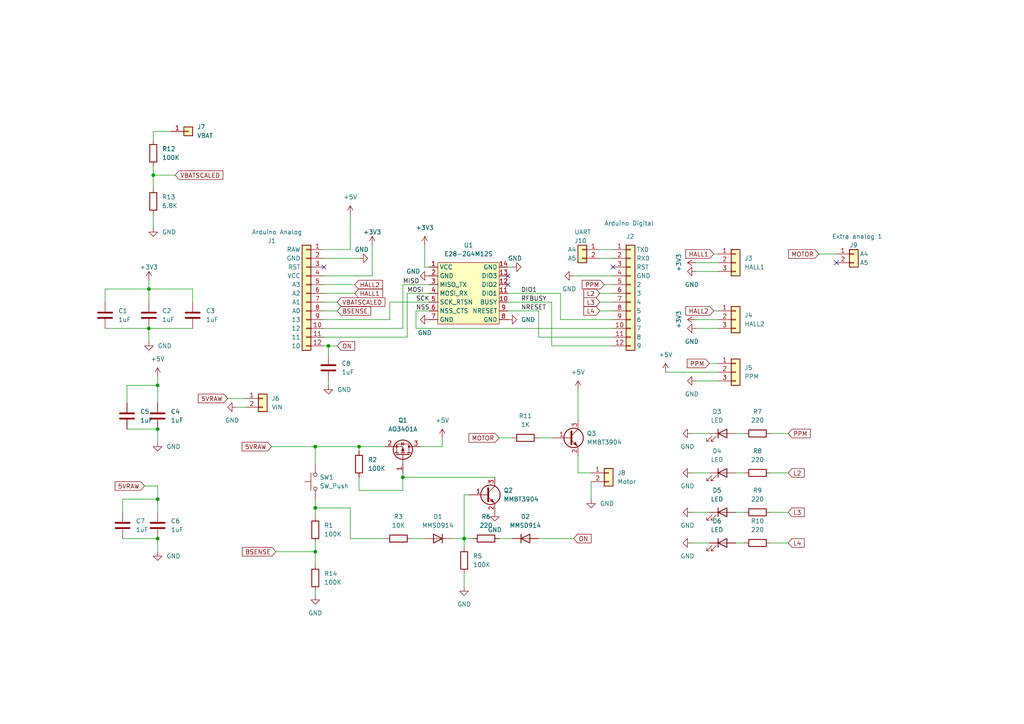
<source format=kicad_sch>
(kicad_sch (version 20211123) (generator eeschema)
  (paper "A4")
  (lib_symbols
    (symbol "Connector_Generic:Conn_01x01" (pin_names (offset 1.016) hide)
      (property "Reference" "J" (at 0 2.54 0))
      (property "Value" "Conn_01x01" (at 0 -2.54 0))
      (symbol "Conn_01x01_1_1"
        (rectangle (start -1.27 0.127) (end 0 -0.127) (stroke (width 0.1524)))
        (rectangle (start -1.27 1.27) (end 1.27 -1.27) (stroke (width 0.254)) (fill (type background)))
        (pin passive line (at -5.08 0 0) (length 3.81) (name "Pin_1") (number "1"))
      )
    )
    (symbol "Connector_Generic:Conn_01x02" (pin_names (offset 1.016) hide)
      (property "Reference" "J" (at 0 2.54 0))
      (property "Value" "Conn_01x02" (at 0 -5.08 0))
      (symbol "Conn_01x02_1_1"
        (rectangle (start -1.27 -2.413) (end 0 -2.667) (stroke (width 0.1524)))
        (rectangle (start -1.27 0.127) (end 0 -0.127) (stroke (width 0.1524)))
        (rectangle (start -1.27 1.27) (end 1.27 -3.81) (stroke (width 0.254)) (fill (type background)))
        (pin passive line (at -5.08 0 0) (length 3.81) (name "Pin_1") (number "1"))
        (pin passive line (at -5.08 -2.54 0) (length 3.81) (name "Pin_2") (number "2"))
      )
    )
    (symbol "Connector_Generic:Conn_01x03" (pin_names (offset 1.016) hide)
      (property "Reference" "J" (at 0 5.08 0))
      (property "Value" "Conn_01x03" (at 0 -5.08 0))
      (symbol "Conn_01x03_1_1"
        (rectangle (start -1.27 -2.413) (end 0 -2.667) (stroke (width 0.1524)))
        (rectangle (start -1.27 0.127) (end 0 -0.127) (stroke (width 0.1524)))
        (rectangle (start -1.27 2.667) (end 0 2.413) (stroke (width 0.1524)))
        (rectangle (start -1.27 3.81) (end 1.27 -3.81) (stroke (width 0.254)) (fill (type background)))
        (pin passive line (at -5.08 2.54 0) (length 3.81) (name "Pin_1") (number "1"))
        (pin passive line (at -5.08 0 0) (length 3.81) (name "Pin_2") (number "2"))
        (pin passive line (at -5.08 -2.54 0) (length 3.81) (name "Pin_3") (number "3"))
      )
    )
    (symbol "Device:C" (pin_numbers hide) (pin_names (offset 0.254))
      (property "Reference" "C" (at 0.635 2.54 0))
      (property "Value" "C" (at 0.635 -2.54 0))
      (symbol "C_0_1"
        (polyline (pts (xy -2.032 -0.762) (xy 2.032 -0.762)) (stroke (width 0.508)))
        (polyline (pts (xy -2.032 0.762) (xy 2.032 0.762)) (stroke (width 0.508)))
      )
      (symbol "C_1_1"
        (pin passive line (at 0 3.81 270) (length 2.794) (name "~") (number "1"))
        (pin passive line (at 0 -3.81 90) (length 2.794) (name "~") (number "2"))
      )
    )
    (symbol "Device:LED" (pin_numbers hide) (pin_names (offset 1.016) hide)
      (property "Reference" "D" (at 0 2.54 0))
      (property "Value" "LED" (at 0 -2.54 0))
      (symbol "LED_0_1"
        (polyline (pts (xy -1.27 -1.27) (xy -1.27 1.27)) (stroke (width 0.254)))
        (polyline (pts (xy -1.27 0) (xy 1.27 0)))
        (polyline (pts (xy 1.27 -1.27) (xy 1.27 1.27) (xy -1.27 0) (xy 1.27 -1.27)) (stroke (width 0.254)))
        (polyline (pts (xy -3.048 -0.762) (xy -4.572 -2.286) (xy -3.81 -2.286) (xy -4.572 -2.286) (xy -4.572 -1.524)))
        (polyline (pts (xy -1.778 -0.762) (xy -3.302 -2.286) (xy -2.54 -2.286) (xy -3.302 -2.286) (xy -3.302 -1.524)))
      )
      (symbol "LED_1_1"
        (pin passive line (at -3.81 0 0) (length 2.54) (name "K") (number "1"))
        (pin passive line (at 3.81 0 180) (length 2.54) (name "A") (number "2"))
      )
    )
    (symbol "Device:R" (pin_numbers hide) (pin_names (offset 0))
      (property "Reference" "R" (at 2.032 0 90))
      (property "Value" "R" (at 0 0 90))
      (symbol "R_0_1"
        (rectangle (start -1.016 -2.54) (end 1.016 2.54) (stroke (width 0.254)))
      )
      (symbol "R_1_1"
        (pin passive line (at 0 3.81 270) (length 1.27) (name "~") (number "1"))
        (pin passive line (at 0 -3.81 90) (length 1.27) (name "~") (number "2"))
      )
    )
    (symbol "Diode:MMSD914" (pin_numbers hide) (pin_names (offset 1.016) hide)
      (property "Reference" "D" (at 0 2.54 0))
      (property "Value" "MMSD914" (at 0 -2.54 0))
      (symbol "MMSD914_0_1"
        (polyline (pts (xy -1.27 1.27) (xy -1.27 -1.27)) (stroke (width 0.254)))
        (polyline (pts (xy 1.27 0) (xy -1.27 0)))
        (polyline (pts (xy 1.27 1.27) (xy 1.27 -1.27) (xy -1.27 0) (xy 1.27 1.27)) (stroke (width 0.254)))
      )
      (symbol "MMSD914_1_1"
        (pin passive line (at -3.81 0 0) (length 2.54) (name "K") (number "1"))
        (pin passive line (at 3.81 0 180) (length 2.54) (name "A") (number "2"))
      )
    )
    (symbol "Switch:SW_Push" (pin_numbers hide) (pin_names (offset 1.016) hide)
      (property "Reference" "SW" (at 1.27 2.54 0))
      (property "Value" "SW_Push" (at 0 -1.524 0))
      (symbol "SW_Push_0_1"
        (circle (center -2.032 0) (radius 0.508))
        (polyline (pts (xy 0 1.27) (xy 0 3.048)))
        (polyline (pts (xy 2.54 1.27) (xy -2.54 1.27)))
        (circle (center 2.032 0) (radius 0.508))
        (pin passive line (at -5.08 0 0) (length 2.54) (name "1") (number "1"))
        (pin passive line (at 5.08 0 180) (length 2.54) (name "2") (number "2"))
      )
    )
    (symbol "Transistor_BJT:MMBT3904" (pin_names (offset 0) hide)
      (property "Reference" "Q" (at 5.08 1.905 0))
      (property "Value" "MMBT3904" (at 5.08 0 0))
      (symbol "MMBT3904_0_1"
        (polyline (pts (xy 0.635 0.635) (xy 2.54 2.54)))
        (polyline (pts (xy 0.635 -0.635) (xy 2.54 -2.54) (xy 2.54 -2.54)))
        (polyline (pts (xy 0.635 1.905) (xy 0.635 -1.905) (xy 0.635 -1.905)) (stroke (width 0.508)))
        (polyline (pts (xy 1.27 -1.778) (xy 1.778 -1.27) (xy 2.286 -2.286) (xy 1.27 -1.778) (xy 1.27 -1.778)) (fill (type outline)))
        (circle (center 1.27 0) (radius 2.8194) (stroke (width 0.254)))
      )
      (symbol "MMBT3904_1_1"
        (pin input line (at -5.08 0 0) (length 5.715) (name "B") (number "1"))
        (pin passive line (at 2.54 -5.08 90) (length 2.54) (name "E") (number "2"))
        (pin passive line (at 2.54 5.08 270) (length 2.54) (name "C") (number "3"))
      )
    )
    (symbol "Transistor_FET:AO3401A" (pin_names hide)
      (property "Reference" "Q" (at 5.08 1.905 0))
      (property "Value" "AO3401A" (at 5.08 0 0))
      (symbol "AO3401A_0_1"
        (polyline (pts (xy 0.254 0) (xy -2.54 0)))
        (polyline (pts (xy 0.254 1.905) (xy 0.254 -1.905)) (stroke (width 0.254)))
        (polyline (pts (xy 0.762 -1.27) (xy 0.762 -2.286)) (stroke (width 0.254)))
        (polyline (pts (xy 0.762 0.508) (xy 0.762 -0.508)) (stroke (width 0.254)))
        (polyline (pts (xy 0.762 2.286) (xy 0.762 1.27)) (stroke (width 0.254)))
        (polyline (pts (xy 2.54 2.54) (xy 2.54 1.778)))
        (polyline (pts (xy 2.54 -2.54) (xy 2.54 0) (xy 0.762 0)))
        (polyline (pts (xy 0.762 1.778) (xy 3.302 1.778) (xy 3.302 -1.778) (xy 0.762 -1.778)))
        (polyline (pts (xy 2.286 0) (xy 1.27 0.381) (xy 1.27 -0.381) (xy 2.286 0)) (fill (type outline)))
        (polyline (pts (xy 2.794 -0.508) (xy 2.921 -0.381) (xy 3.683 -0.381) (xy 3.81 -0.254)))
        (polyline (pts (xy 3.302 -0.381) (xy 2.921 0.254) (xy 3.683 0.254) (xy 3.302 -0.381)))
        (circle (center 1.651 0) (radius 2.794) (stroke (width 0.254)))
        (circle (center 2.54 -1.778) (radius 0.254) (fill (type outline)))
        (circle (center 2.54 1.778) (radius 0.254) (fill (type outline)))
      )
      (symbol "AO3401A_1_1"
        (pin input line (at -5.08 0 0) (length 2.54) (name "G") (number "1"))
        (pin passive line (at 2.54 -5.08 90) (length 2.54) (name "S") (number "2"))
        (pin passive line (at 2.54 5.08 270) (length 2.54) (name "D") (number "3"))
      )
    )
    (symbol "power:+3V3" (power) (pin_names (offset 0))
      (property "Value" "+3V3" (at 0 3.556 0))
      (symbol "+3V3_0_1"
        (polyline (pts (xy -0.762 1.27) (xy 0 2.54)))
        (polyline (pts (xy 0 0) (xy 0 2.54)))
        (polyline (pts (xy 0 2.54) (xy 0.762 1.27)))
      )
      (symbol "+3V3_1_1"
        (pin power_in line (at 0 0 90) (length 0) hide (name "+3V3") (number "1"))
      )
    )
    (symbol "power:+5V" (power) (pin_names (offset 0))
      (property "Value" "+5V" (at 0 3.556 0))
      (symbol "+5V_0_1"
        (polyline (pts (xy -0.762 1.27) (xy 0 2.54)))
        (polyline (pts (xy 0 0) (xy 0 2.54)))
        (polyline (pts (xy 0 2.54) (xy 0.762 1.27)))
      )
      (symbol "+5V_1_1"
        (pin power_in line (at 0 0 90) (length 0) hide (name "+5V") (number "1"))
      )
    )
    (symbol "power:GND" (power) (pin_names (offset 0))
      (property "Value" "GND" (at 0 -3.81 0))
      (symbol "GND_0_1"
        (polyline (pts (xy 0 0) (xy 0 -1.27) (xy 1.27 -1.27) (xy 0 -2.54) (xy -1.27 -1.27) (xy 0 -1.27)))
      )
      (symbol "GND_1_1"
        (pin power_in line (at 0 0 270) (length 0) hide (name "GND") (number "1"))
      )
    )
    (symbol "unfancyRemote_components:Arduino_analog" (pin_names (offset 3))
      (property "Reference" "J1" (at 5.08 -1.27 0))
      (property "Value" "Arduino_analog" (at 8.89 -1.27 0))
      (symbol "Arduino_analog_1_1"
        (rectangle (start -1.27 -15.113) (end 0 -15.367) (stroke (width 0.1524)))
        (rectangle (start -1.27 -12.573) (end 0 -12.827) (stroke (width 0.1524)))
        (rectangle (start -1.27 -10.033) (end 0 -10.287) (stroke (width 0.1524)))
        (rectangle (start -1.27 -7.493) (end 0 -7.747) (stroke (width 0.1524)))
        (rectangle (start -1.27 -4.953) (end 0 -5.207) (stroke (width 0.1524)))
        (rectangle (start -1.27 -2.413) (end 0 -2.667) (stroke (width 0.1524)))
        (rectangle (start -1.27 0.127) (end 0 -0.127) (stroke (width 0.1524)))
        (rectangle (start -1.27 2.667) (end 0 2.413) (stroke (width 0.1524)))
        (rectangle (start -1.27 5.207) (end 0 4.953) (stroke (width 0.1524)))
        (rectangle (start -1.27 7.747) (end 0 7.493) (stroke (width 0.1524)))
        (rectangle (start -1.27 10.287) (end 0 10.033) (stroke (width 0.1524)))
        (rectangle (start -1.27 12.827) (end 0 12.573) (stroke (width 0.1524)))
        (rectangle (start -1.27 13.97) (end 1.27 -16.51) (stroke (width 0.254)) (fill (type background)))
        (pin power_in line (at -5.08 12.7 0) (length 3.81) (name "RAW") (number "1"))
        (pin bidirectional line (at -5.08 -10.16 0) (length 3.81) (name "12") (number "10"))
        (pin bidirectional line (at -5.08 -12.7 0) (length 3.81) (name "11") (number "11"))
        (pin bidirectional line (at -5.08 -15.24 0) (length 3.81) (name "10") (number "12"))
        (pin power_in line (at -5.08 10.16 0) (length 3.81) (name "GND") (number "2"))
        (pin passive line (at -5.08 7.62 0) (length 3.81) (name "RST") (number "3"))
        (pin power_out line (at -5.08 5.08 0) (length 3.81) (name "VCC") (number "4"))
        (pin bidirectional line (at -5.08 2.54 0) (length 3.81) (name "A3") (number "5"))
        (pin bidirectional line (at -5.08 0 0) (length 3.81) (name "A2") (number "6"))
        (pin bidirectional line (at -5.08 -2.54 0) (length 3.81) (name "A1") (number "7"))
        (pin bidirectional line (at -5.08 -5.08 0) (length 3.81) (name "A0") (number "8"))
        (pin bidirectional line (at -5.08 -7.62 0) (length 3.81) (name "13") (number "9"))
      )
    )
    (symbol "unfancyRemote_components:Arduino_digital" (pin_names (offset 3))
      (property "Reference" "J2" (at 0 19.05 0))
      (property "Value" "Arduino_digital" (at 0 16.51 0))
      (symbol "Arduino_digital_1_1"
        (rectangle (start -1.27 -16.51) (end 1.27 13.97) (stroke (width 0.254)) (fill (type background)))
        (rectangle (start 0 -15.367) (end 1.27 -15.113) (stroke (width 0.1524)))
        (rectangle (start 0 -12.827) (end 1.27 -12.573) (stroke (width 0.1524)))
        (rectangle (start 0 -10.287) (end 1.27 -10.033) (stroke (width 0.1524)))
        (rectangle (start 0 -7.747) (end 1.27 -7.493) (stroke (width 0.1524)))
        (rectangle (start 0 -5.207) (end 1.27 -4.953) (stroke (width 0.1524)))
        (rectangle (start 0 -2.667) (end 1.27 -2.413) (stroke (width 0.1524)))
        (rectangle (start 0 -0.127) (end 1.27 0.127) (stroke (width 0.1524)))
        (rectangle (start 0 2.413) (end 1.27 2.667) (stroke (width 0.1524)))
        (rectangle (start 0 4.953) (end 1.27 5.207) (stroke (width 0.1524)))
        (rectangle (start 0 7.493) (end 1.27 7.747) (stroke (width 0.1524)))
        (rectangle (start 0 10.033) (end 1.27 10.287) (stroke (width 0.1524)))
        (rectangle (start 0 12.573) (end 1.27 12.827) (stroke (width 0.1524)))
        (pin output line (at 5.08 12.7 180) (length 3.81) (name "TX0") (number "1"))
        (pin bidirectional line (at 5.08 -10.16 180) (length 3.81) (name "7") (number "10"))
        (pin bidirectional line (at 5.08 -12.7 180) (length 3.81) (name "8") (number "11"))
        (pin bidirectional line (at 5.08 -15.24 180) (length 3.81) (name "9") (number "12"))
        (pin input line (at 5.08 10.16 180) (length 3.81) (name "RX0") (number "2"))
        (pin input line (at 5.08 7.62 180) (length 3.81) (name "RST") (number "3"))
        (pin power_in line (at 5.08 5.08 180) (length 3.81) (name "GND") (number "4"))
        (pin bidirectional line (at 5.08 2.54 180) (length 3.81) (name "2") (number "5"))
        (pin bidirectional line (at 5.08 0 180) (length 3.81) (name "3") (number "6"))
        (pin bidirectional line (at 5.08 -2.54 180) (length 3.81) (name "4") (number "7"))
        (pin bidirectional line (at 5.08 -5.08 180) (length 3.81) (name "5") (number "8"))
        (pin bidirectional line (at 5.08 -7.62 180) (length 3.81) (name "6") (number "9"))
      )
    )
    (symbol "unfancyRemote_components:E28-2G4M12S"
      (property "Reference" "U" (at 7.62 -16.51 0))
      (property "Value" "E28-2G4M12S" (at 0 3.81 0))
      (symbol "E28-2G4M12S_0_1"
        (rectangle (start -8.89 2.54) (end 8.89 -15.24) (fill (type background)))
      )
      (symbol "E28-2G4M12S_1_1"
        (pin power_in line (at -11.43 1.27 0) (length 2.54) (name "VCC") (number "1"))
        (pin bidirectional line (at 11.43 -8.89 180) (length 2.54) (name "BUSY") (number "10"))
        (pin bidirectional line (at 11.43 -6.35 180) (length 2.54) (name "DIO1") (number "11"))
        (pin bidirectional line (at 11.43 -3.81 180) (length 2.54) (name "DIO2") (number "12"))
        (pin bidirectional line (at 11.43 -1.27 180) (length 2.54) (name "DIO3") (number "13"))
        (pin power_in line (at 11.43 1.27 180) (length 2.54) (name "GND") (number "14"))
        (pin power_in line (at -11.43 -1.27 0) (length 2.54) (name "GND") (number "2"))
        (pin output line (at -11.43 -3.81 0) (length 2.54) (name "MISO_TX") (number "3"))
        (pin input line (at -11.43 -6.35 0) (length 2.54) (name "MOSI_RX") (number "4"))
        (pin input line (at -11.43 -8.89 0) (length 2.54) (name "SCK_RTSN") (number "5"))
        (pin input line (at -11.43 -11.43 0) (length 2.54) (name "NSS_CTS") (number "6"))
        (pin power_in line (at -11.43 -13.97 0) (length 2.54) (name "GND") (number "7"))
        (pin power_in line (at 11.43 -13.97 180) (length 2.54) (name "GND") (number "8"))
        (pin bidirectional line (at 11.43 -11.43 180) (length 2.54) (name "NRESET") (number "9"))
      )
    )
    (symbol "unfancyRemote_components:Extra_analog_1" (pin_names (offset 3.016))
      (property "Reference" "J3" (at -1.27 2.54 0))
      (property "Value" "Extra_analog_1" (at -6.35 5.08 0))
      (symbol "Extra_analog_1_1_1"
        (rectangle (start -1.27 -2.413) (end 0 -2.667) (stroke (width 0.1524)))
        (rectangle (start -1.27 0.127) (end 0 -0.127) (stroke (width 0.1524)))
        (rectangle (start -1.27 1.27) (end 1.27 -3.81) (stroke (width 0.254)) (fill (type background)))
        (pin passive line (at -5.08 0 0) (length 3.81) (name "A4") (number "1"))
        (pin passive line (at -5.08 -2.54 0) (length 3.81) (name "A5") (number "2"))
      )
    )
  )
  (junction (at 45.72 111.76))
  (junction (at 91.44 129.54))
  (junction (at 45.72 144.78))
  (junction (at 91.44 147.32))
  (junction (at 43.18 83.82))
  (junction (at 91.44 160.02))
  (junction (at 134.62 156.21))
  (junction (at 43.18 95.25))
  (junction (at 95.25 100.33))
  (junction (at 44.45 50.8))
  (junction (at 104.14 129.54))
  (junction (at 45.72 124.46))
  (junction (at 116.84 138.43))
  (junction (at 45.72 156.21))
  (no_connect (at 147.32 82.55))
  (no_connect (at 147.32 80.01))
  (no_connect (at 177.8 77.47))
  (no_connect (at 93.98 77.47))
  (no_connect (at 242.57 76.2))
  (wire (pts (xy 45.72 124.46) (xy 45.72 128.27)))
  (wire (pts (xy 95.25 100.33) (xy 95.25 102.87)))
  (wire (pts (xy 91.44 171.45) (xy 91.44 172.72)))
  (wire (pts (xy 213.36 148.59) (xy 215.9 148.59)))
  (wire (pts (xy 30.48 87.63) (xy 30.48 83.82)))
  (wire (pts (xy 156.21 127) (xy 160.02 127)))
  (wire (pts (xy 156.21 156.21) (xy 166.37 156.21)))
  (wire (pts (xy 55.88 87.63) (xy 55.88 83.82)))
  (wire (pts (xy 45.72 109.22) (xy 45.72 111.76)))
  (wire (pts (xy 116.84 138.43) (xy 143.51 138.43)))
  (wire (pts (xy 93.98 95.25) (xy 116.84 95.25)))
  (wire (pts (xy 118.11 85.09) (xy 124.46 85.09)))
  (wire (pts (xy 44.45 38.1) (xy 49.53 38.1)))
  (wire (pts (xy 118.11 97.79) (xy 118.11 85.09)))
  (wire (pts (xy 93.98 100.33) (xy 95.25 100.33)))
  (wire (pts (xy 223.52 137.16) (xy 228.6 137.16)))
  (wire (pts (xy 201.93 78.74) (xy 208.28 78.74)))
  (wire (pts (xy 44.45 38.1) (xy 44.45 40.64)))
  (wire (pts (xy 130.81 156.21) (xy 134.62 156.21)))
  (wire (pts (xy 93.98 82.55) (xy 102.87 82.55)))
  (wire (pts (xy 223.52 148.59) (xy 228.6 148.59)))
  (wire (pts (xy 35.56 156.21) (xy 45.72 156.21)))
  (wire (pts (xy 144.78 127) (xy 148.59 127)))
  (wire (pts (xy 95.25 111.76) (xy 95.25 110.49)))
  (wire (pts (xy 36.83 116.84) (xy 36.83 111.76)))
  (wire (pts (xy 91.44 134.62) (xy 91.44 129.54)))
  (wire (pts (xy 223.52 157.48) (xy 228.6 157.48)))
  (wire (pts (xy 177.8 100.33) (xy 160.02 100.33)))
  (wire (pts (xy 104.14 129.54) (xy 104.14 130.81)))
  (wire (pts (xy 91.44 160.02) (xy 91.44 163.83)))
  (wire (pts (xy 207.01 73.66) (xy 208.28 73.66)))
  (wire (pts (xy 41.91 140.97) (xy 45.72 140.97)))
  (wire (pts (xy 223.52 125.73) (xy 228.6 125.73)))
  (wire (pts (xy 121.92 129.54) (xy 128.27 129.54)))
  (wire (pts (xy 201.93 92.71) (xy 208.28 92.71)))
  (wire (pts (xy 173.99 85.09) (xy 177.8 85.09)))
  (wire (pts (xy 45.72 140.97) (xy 45.72 144.78)))
  (wire (pts (xy 104.14 138.43) (xy 104.14 142.24)))
  (wire (pts (xy 68.58 118.11) (xy 71.12 118.11)))
  (wire (pts (xy 123.19 77.47) (xy 124.46 77.47)))
  (wire (pts (xy 93.98 97.79) (xy 118.11 97.79)))
  (wire (pts (xy 134.62 156.21) (xy 134.62 158.75)))
  (wire (pts (xy 173.99 72.39) (xy 177.8 72.39)))
  (wire (pts (xy 175.26 82.55) (xy 177.8 82.55)))
  (wire (pts (xy 193.04 107.95) (xy 208.28 107.95)))
  (wire (pts (xy 43.18 95.25) (xy 55.88 95.25)))
  (wire (pts (xy 44.45 50.8) (xy 50.8 50.8)))
  (wire (pts (xy 113.03 87.63) (xy 124.46 87.63)))
  (wire (pts (xy 45.72 111.76) (xy 45.72 116.84)))
  (wire (pts (xy 30.48 95.25) (xy 43.18 95.25)))
  (wire (pts (xy 43.18 81.28) (xy 43.18 83.82)))
  (wire (pts (xy 44.45 62.23) (xy 44.45 66.04)))
  (wire (pts (xy 36.83 124.46) (xy 45.72 124.46)))
  (wire (pts (xy 156.21 90.17) (xy 156.21 97.79)))
  (wire (pts (xy 116.84 95.25) (xy 116.84 82.55)))
  (wire (pts (xy 30.48 83.82) (xy 43.18 83.82)))
  (wire (pts (xy 43.18 83.82) (xy 43.18 87.63)))
  (wire (pts (xy 101.6 156.21) (xy 101.6 147.32)))
  (wire (pts (xy 124.46 90.17) (xy 120.65 90.17)))
  (wire (pts (xy 55.88 83.82) (xy 43.18 83.82)))
  (wire (pts (xy 104.14 142.24) (xy 116.84 142.24)))
  (wire (pts (xy 156.21 97.79) (xy 177.8 97.79)))
  (wire (pts (xy 171.45 139.7) (xy 171.45 144.78)))
  (wire (pts (xy 116.84 82.55) (xy 124.46 82.55)))
  (wire (pts (xy 200.66 148.59) (xy 205.74 148.59)))
  (wire (pts (xy 45.72 156.21) (xy 45.72 160.02)))
  (wire (pts (xy 134.62 143.51) (xy 134.62 156.21)))
  (wire (pts (xy 147.32 90.17) (xy 156.21 90.17)))
  (wire (pts (xy 80.01 160.02) (xy 91.44 160.02)))
  (wire (pts (xy 111.76 156.21) (xy 101.6 156.21)))
  (wire (pts (xy 93.98 87.63) (xy 97.79 87.63)))
  (wire (pts (xy 160.02 87.63) (xy 147.32 87.63)))
  (wire (pts (xy 35.56 144.78) (xy 45.72 144.78)))
  (wire (pts (xy 134.62 156.21) (xy 137.16 156.21)))
  (wire (pts (xy 160.02 100.33) (xy 160.02 87.63)))
  (wire (pts (xy 200.66 125.73) (xy 205.74 125.73)))
  (wire (pts (xy 104.14 129.54) (xy 111.76 129.54)))
  (wire (pts (xy 44.45 48.26) (xy 44.45 50.8)))
  (wire (pts (xy 101.6 147.32) (xy 91.44 147.32)))
  (wire (pts (xy 205.74 105.41) (xy 208.28 105.41)))
  (wire (pts (xy 200.66 157.48) (xy 205.74 157.48)))
  (wire (pts (xy 207.01 90.17) (xy 208.28 90.17)))
  (wire (pts (xy 93.98 92.71) (xy 113.03 92.71)))
  (wire (pts (xy 119.38 156.21) (xy 123.19 156.21)))
  (wire (pts (xy 173.99 87.63) (xy 177.8 87.63)))
  (wire (pts (xy 201.93 76.2) (xy 208.28 76.2)))
  (wire (pts (xy 93.98 80.01) (xy 107.95 80.01)))
  (wire (pts (xy 128.27 129.54) (xy 128.27 127)))
  (wire (pts (xy 200.66 137.16) (xy 205.74 137.16)))
  (wire (pts (xy 78.74 129.54) (xy 91.44 129.54)))
  (wire (pts (xy 91.44 144.78) (xy 91.44 147.32)))
  (wire (pts (xy 66.04 115.57) (xy 71.12 115.57)))
  (wire (pts (xy 43.18 95.25) (xy 43.18 99.06)))
  (wire (pts (xy 213.36 157.48) (xy 215.9 157.48)))
  (wire (pts (xy 113.03 92.71) (xy 113.03 87.63)))
  (wire (pts (xy 93.98 85.09) (xy 102.87 85.09)))
  (wire (pts (xy 237.49 73.66) (xy 242.57 73.66)))
  (wire (pts (xy 93.98 72.39) (xy 101.6 72.39)))
  (wire (pts (xy 120.65 95.25) (xy 177.8 95.25)))
  (wire (pts (xy 91.44 129.54) (xy 104.14 129.54)))
  (wire (pts (xy 91.44 147.32) (xy 91.44 149.86)))
  (wire (pts (xy 45.72 144.78) (xy 45.72 148.59)))
  (wire (pts (xy 123.19 71.12) (xy 123.19 77.47)))
  (wire (pts (xy 135.89 143.51) (xy 134.62 143.51)))
  (wire (pts (xy 91.44 157.48) (xy 91.44 160.02)))
  (wire (pts (xy 93.98 74.93) (xy 104.14 74.93)))
  (wire (pts (xy 173.99 74.93) (xy 177.8 74.93)))
  (wire (pts (xy 116.84 138.43) (xy 116.84 137.16)))
  (wire (pts (xy 144.78 156.21) (xy 148.59 156.21)))
  (wire (pts (xy 162.56 85.09) (xy 147.32 85.09)))
  (wire (pts (xy 167.64 132.08) (xy 167.64 137.16)))
  (wire (pts (xy 201.93 95.25) (xy 208.28 95.25)))
  (wire (pts (xy 44.45 50.8) (xy 44.45 54.61)))
  (wire (pts (xy 93.98 90.17) (xy 97.79 90.17)))
  (wire (pts (xy 173.99 90.17) (xy 177.8 90.17)))
  (wire (pts (xy 213.36 137.16) (xy 215.9 137.16)))
  (wire (pts (xy 201.93 110.49) (xy 208.28 110.49)))
  (wire (pts (xy 116.84 142.24) (xy 116.84 138.43)))
  (wire (pts (xy 167.64 137.16) (xy 171.45 137.16)))
  (wire (pts (xy 120.65 90.17) (xy 120.65 95.25)))
  (wire (pts (xy 148.59 77.47) (xy 147.32 77.47)))
  (wire (pts (xy 167.64 113.03) (xy 167.64 121.92)))
  (wire (pts (xy 101.6 72.39) (xy 101.6 62.23)))
  (wire (pts (xy 95.25 100.33) (xy 97.79 100.33)))
  (wire (pts (xy 134.62 166.37) (xy 134.62 170.18)))
  (wire (pts (xy 107.95 71.12) (xy 107.95 80.01)))
  (wire (pts (xy 35.56 148.59) (xy 35.56 144.78)))
  (wire (pts (xy 213.36 125.73) (xy 215.9 125.73)))
  (wire (pts (xy 36.83 111.76) (xy 45.72 111.76)))
  (wire (pts (xy 166.37 80.01) (xy 177.8 80.01)))
  (wire (pts (xy 177.8 92.71) (xy 162.56 92.71)))
  (wire (pts (xy 162.56 92.71) (xy 162.56 85.09)))
  (label "RFBUSY" (at 151.13 87.63 0))
  (label "DIO1" (at 151.13 85.09 0))
  (label "MISO" (at 116.84 82.55 0))
  (label "MOSI" (at 118.11 85.09 0))
  (label "SCK" (at 120.65 87.63 0))
  (label "NSS" (at 120.65 90.17 0))
  (label "NRESET" (at 151.13 90.17 0))
  (global_label "PPM" (shape input) (at 175.26 82.55 180) (property "Intersheet References" "${INTERSHEET_REFS}" (effects hide)))
  (global_label "HALL2" (shape input) (at 207.01 90.17 180) (property "Intersheet References" "${INTERSHEET_REFS}" (effects hide)))
  (global_label "5VRAW" (shape input) (at 78.74 129.54 180) (property "Intersheet References" "${INTERSHEET_REFS}" (effects hide)))
  (global_label "L2" (shape input) (at 173.99 85.09 180) (property "Intersheet References" "${INTERSHEET_REFS}" (effects hide)))
  (global_label "ON" (shape input) (at 97.79 100.33 0) (property "Intersheet References" "${INTERSHEET_REFS}" (effects hide)))
  (global_label "5VRAW" (shape input) (at 66.04 115.57 180) (property "Intersheet References" "${INTERSHEET_REFS}" (effects hide)))
  (global_label "5VRAW" (shape input) (at 41.91 140.97 180) (property "Intersheet References" "${INTERSHEET_REFS}" (effects hide)))
  (global_label "HALL1" (shape input) (at 207.01 73.66 180) (property "Intersheet References" "${INTERSHEET_REFS}" (effects hide)))
  (global_label "HALL2" (shape input) (at 102.87 82.55 0) (property "Intersheet References" "${INTERSHEET_REFS}" (effects hide)))
  (global_label "L4" (shape input) (at 228.6 157.48 0) (property "Intersheet References" "${INTERSHEET_REFS}" (effects hide)))
  (global_label "L3" (shape input) (at 173.99 87.63 180) (property "Intersheet References" "${INTERSHEET_REFS}" (effects hide)))
  (global_label "BSENSE" (shape input) (at 80.01 160.02 180) (property "Intersheet References" "${INTERSHEET_REFS}" (effects hide)))
  (global_label "HALL1" (shape input) (at 102.87 85.09 0) (property "Intersheet References" "${INTERSHEET_REFS}" (effects hide)))
  (global_label "PPM" (shape input) (at 205.74 105.41 180) (property "Intersheet References" "${INTERSHEET_REFS}" (effects hide)))
  (global_label "L3" (shape input) (at 228.6 148.59 0) (property "Intersheet References" "${INTERSHEET_REFS}" (effects hide)))
  (global_label "ON" (shape input) (at 166.37 156.21 0) (property "Intersheet References" "${INTERSHEET_REFS}" (effects hide)))
  (global_label "MOTOR" (shape input) (at 144.78 127 180) (property "Intersheet References" "${INTERSHEET_REFS}" (effects hide)))
  (global_label "MOTOR" (shape input) (at 237.49 73.66 180) (property "Intersheet References" "${INTERSHEET_REFS}" (effects hide)))
  (global_label "VBATSCALED" (shape input) (at 50.8 50.8 0) (property "Intersheet References" "${INTERSHEET_REFS}" (effects hide)))
  (global_label "VBATSCALED" (shape input) (at 97.79 87.63 0) (property "Intersheet References" "${INTERSHEET_REFS}" (effects hide)))
  (global_label "L4" (shape input) (at 173.99 90.17 180) (property "Intersheet References" "${INTERSHEET_REFS}" (effects hide)))
  (global_label "L2" (shape input) (at 228.6 137.16 0) (property "Intersheet References" "${INTERSHEET_REFS}" (effects hide)))
  (global_label "BSENSE" (shape input) (at 97.79 90.17 0) (property "Intersheet References" "${INTERSHEET_REFS}" (effects hide)))
  (global_label "PPM" (shape input) (at 228.6 125.73 0) (property "Intersheet References" "${INTERSHEET_REFS}" (effects hide)))
  (symbol (lib_id "power:GND") (at 171.45 144.78 0) (unit 1)
    (property "Reference" "#PWR0131" (effects hide))
    (property "Value" "GND" (at 173.99 146.0499 0) (effects (justify left)))
  )
  (symbol (lib_id "power:GND") (at 43.18 99.06 0) (unit 1)
    (property "Reference" "#PWR0129" (effects hide))
    (property "Value" "GND" (at 45.72 100.3299 0) (effects (justify left)))
  )
  (symbol (lib_id "power:GND") (at 45.72 128.27 0) (unit 1)
    (property "Reference" "#PWR0126" (effects hide))
    (property "Value" "GND" (at 48.26 129.5399 0) (effects (justify left)))
  )
  (symbol (lib_id "Transistor_FET:AO3401A") (at 116.84 132.08 270) (mirror x) (unit 1)
    (property "Reference" "Q1" (at 116.84 121.92 90))
    (property "Value" "AO3401A" (at 116.84 124.46 90))
    (property "Footprint" "Package_TO_SOT_SMD:SOT-23" (effects hide))
    (property "Datasheet" "http://www.aosmd.com/pdfs/datasheet/AO3401A.pdf" (effects hide))
    (property "LCSC" "C700954" (effects hide))
  )
  (symbol (lib_id "Device:C") (at 30.48 91.44 0) (unit 1)
    (property "Reference" "C1" (at 34.29 90.1699 0) (effects (justify left)))
    (property "Value" "1uF" (at 34.29 92.7099 0) (effects (justify left)))
    (property "Footprint" "Capacitor_SMD:C_0603_1608Metric" (effects hide))
    (property "LCSC" "C15849" (effects hide))
  )
  (symbol (lib_id "power:GND") (at 124.46 92.71 270) (unit 1)
    (property "Reference" "#PWR0105" (effects hide))
    (property "Value" "GND" (at 123.19 96.52 90))
  )
  (symbol (lib_id "power:+3V3") (at 201.93 76.2 90) (unit 1)
    (property "Reference" "#PWR0111" (effects hide))
    (property "Value" "+3V3" (at 196.85 76.2 0))
  )
  (symbol (lib_id "Connector_Generic:Conn_01x03") (at 213.36 107.95 0) (unit 1)
    (property "Reference" "J5" (at 215.9 106.6799 0) (effects (justify left)))
    (property "Value" "PPM" (at 215.9 109.2199 0) (effects (justify left)))
    (property "Footprint" "unfancyRemote_components:SolderWirePad_1x03_SMD_1x2mm" (effects hide))
  )
  (symbol (lib_id "power:GND") (at 166.37 80.01 270) (unit 1)
    (property "Reference" "#PWR0119" (effects hide))
    (property "Value" "GND" (at 165.1 83.82 90))
  )
  (symbol (lib_id "unfancyRemote_components:Arduino_analog") (at 88.9 85.09 0) (mirror y) (unit 1)
    (property "Reference" "J1" (at 80.01 69.85 0) (effects (justify left)))
    (property "Value" "Arduino Analog" (at 87.63 67.31 0) (effects (justify left)))
    (property "Footprint" "Connector_PinSocket_2.54mm:PinSocket_1x12_P2.54mm_Vertical" (effects hide))
  )
  (symbol (lib_id "Device:LED") (at 209.55 137.16 0) (unit 1)
    (property "Reference" "D4" (at 207.9625 130.81 0))
    (property "Value" "LED" (at 207.9625 133.35 0))
    (property "Footprint" "LED_SMD:LED_0805_2012Metric" (effects hide))
    (property "LCSC" "C84256" (effects hide))
  )
  (symbol (lib_id "Device:R") (at 219.71 157.48 90) (unit 1)
    (property "Reference" "R10" (at 219.71 151.13 90))
    (property "Value" "220" (at 219.71 153.67 90))
    (property "Footprint" "Resistor_SMD:R_0603_1608Metric" (effects hide))
    (property "LCSC" "C22962" (effects hide))
  )
  (symbol (lib_id "Connector_Generic:Conn_01x02") (at 76.2 115.57 0) (unit 1)
    (property "Reference" "J6" (at 78.74 115.5699 0) (effects (justify left)))
    (property "Value" "VIN" (at 78.74 118.1099 0) (effects (justify left)))
    (property "Footprint" "unfancyRemote_components:SolderWirePad_1x02_SMD_1x2mm" (effects hide))
  )
  (symbol (lib_id "Device:R") (at 219.71 137.16 90) (unit 1)
    (property "Reference" "R8" (at 219.71 130.81 90))
    (property "Value" "220" (at 219.71 133.35 90))
    (property "Footprint" "Resistor_SMD:R_0603_1608Metric" (effects hide))
    (property "LCSC" "C22962" (effects hide))
  )
  (symbol (lib_id "Device:LED") (at 209.55 148.59 0) (unit 1)
    (property "Reference" "D5" (at 207.9625 142.24 0))
    (property "Value" "LED" (at 207.9625 144.78 0))
    (property "Footprint" "LED_SMD:LED_0805_2012Metric" (effects hide))
    (property "LCSC" "C84256" (effects hide))
  )
  (symbol (lib_id "power:GND") (at 45.72 160.02 0) (unit 1)
    (property "Reference" "#PWR0125" (effects hide))
    (property "Value" "GND" (at 48.26 161.2899 0) (effects (justify left)))
  )
  (symbol (lib_id "Device:C") (at 43.18 91.44 0) (unit 1)
    (property "Reference" "C2" (at 46.99 90.1699 0) (effects (justify left)))
    (property "Value" "1uF" (at 46.99 92.7099 0) (effects (justify left)))
    (property "Footprint" "Capacitor_SMD:C_0603_1608Metric" (effects hide))
    (property "LCSC" "C15849" (effects hide))
  )
  (symbol (lib_id "power:GND") (at 95.25 111.76 0) (unit 1)
    (property "Reference" "#PWR0132" (effects hide))
    (property "Value" "GND" (at 97.79 113.0299 0) (effects (justify left)))
  )
  (symbol (lib_id "power:+3V3") (at 201.93 92.71 90) (unit 1)
    (property "Reference" "#PWR0113" (effects hide))
    (property "Value" "+3V3" (at 196.85 92.71 0))
  )
  (symbol (lib_id "unfancyRemote_components:E28-2G4M12S") (at 135.89 78.74 0) (unit 1)
    (property "Reference" "U1" (at 135.89 71.12 0))
    (property "Value" "E28-2G4M12S" (at 135.89 73.66 0))
    (property "Footprint" "unfancyRemote_components:E28-2G4M12S" (effects hide))
  )
  (symbol (lib_id "Device:R") (at 91.44 167.64 0) (unit 1)
    (property "Reference" "R14" (at 93.98 166.3699 0) (effects (justify left)))
    (property "Value" "100K" (at 93.98 168.9099 0) (effects (justify left)))
    (property "Footprint" "Resistor_SMD:R_0603_1608Metric" (effects hide))
    (property "LCSC" "C22961" (effects hide))
  )
  (symbol (lib_id "power:GND") (at 200.66 125.73 270) (unit 1)
    (property "Reference" "#PWR0124" (effects hide))
    (property "Value" "GND" (at 199.39 129.54 90))
  )
  (symbol (lib_id "power:GND") (at 201.93 110.49 270) (unit 1)
    (property "Reference" "#PWR0109" (effects hide))
    (property "Value" "GND" (at 200.66 114.3 90))
  )
  (symbol (lib_id "Device:R") (at 219.71 125.73 90) (unit 1)
    (property "Reference" "R7" (at 219.71 119.38 90))
    (property "Value" "220" (at 219.71 121.92 90))
    (property "Footprint" "Resistor_SMD:R_0603_1608Metric" (effects hide))
    (property "LCSC" "C22962" (effects hide))
  )
  (symbol (lib_id "Device:R") (at 115.57 156.21 90) (unit 1)
    (property "Reference" "R3" (at 115.57 149.86 90))
    (property "Value" "10K" (at 115.57 152.4 90))
    (property "Footprint" "Resistor_SMD:R_0603_1608Metric" (effects hide))
    (property "LCSC" "C25804" (effects hide))
  )
  (symbol (lib_id "Transistor_BJT:MMBT3904") (at 165.1 127 0) (unit 1)
    (property "Reference" "Q3" (at 170.18 125.7299 0) (effects (justify left)))
    (property "Value" "MMBT3904" (at 170.18 128.2699 0) (effects (justify left)))
    (property "Footprint" "Package_TO_SOT_SMD:SOT-23" (effects hide))
    (property "Datasheet" "https://www.onsemi.com/pub/Collateral/2N3903-D.PDF" (effects hide))
    (property "LCSC" "C20526" (effects hide))
  )
  (symbol (lib_id "power:GND") (at 68.58 118.11 270) (unit 1)
    (property "Reference" "#PWR0120" (effects hide))
    (property "Value" "GND" (at 67.31 121.92 90))
  )
  (symbol (lib_id "Connector_Generic:Conn_01x03") (at 213.36 92.71 0) (unit 1)
    (property "Reference" "J4" (at 215.9 91.4399 0) (effects (justify left)))
    (property "Value" "HALL2" (at 215.9 93.9799 0) (effects (justify left)))
    (property "Footprint" "unfancyRemote_components:SolderWirePad_1x03_SMD_1x2mm" (effects hide))
  )
  (symbol (lib_id "power:+5V") (at 167.64 113.03 0) (unit 1)
    (property "Reference" "#PWR0130" (effects hide))
    (property "Value" "+5V" (at 167.64 107.95 0))
  )
  (symbol (lib_id "power:GND") (at 148.59 77.47 90) (unit 1)
    (property "Reference" "#PWR0103" (effects hide))
    (property "Value" "GND" (at 147.32 74.93 90) (effects (justify right)))
  )
  (symbol (lib_id "unfancyRemote_components:Extra_analog_1") (at 247.65 73.66 0) (unit 1)
    (property "Reference" "J9" (at 246.38 71.12 0) (effects (justify left)))
    (property "Value" "Extra analog 1" (at 241.3 68.58 0) (effects (justify left)))
    (property "Footprint" "Connector_PinSocket_2.54mm:PinSocket_1x02_P2.54mm_Vertical" (effects hide))
  )
  (symbol (lib_id "power:+5V") (at 128.27 127 0) (unit 1)
    (property "Reference" "#PWR0117" (effects hide))
    (property "Value" "+5V" (at 128.27 121.92 0))
  )
  (symbol (lib_id "Device:C") (at 35.56 152.4 0) (unit 1)
    (property "Reference" "C7" (at 39.37 151.1299 0) (effects (justify left)))
    (property "Value" "1uF" (at 39.37 153.6699 0) (effects (justify left)))
    (property "Footprint" "Capacitor_SMD:C_0603_1608Metric" (effects hide))
    (property "LCSC" "C15849" (effects hide))
  )
  (symbol (lib_id "Device:R") (at 134.62 162.56 0) (unit 1)
    (property "Reference" "R5" (at 137.16 161.2899 0) (effects (justify left)))
    (property "Value" "100K" (at 137.16 163.8299 0) (effects (justify left)))
    (property "Footprint" "Resistor_SMD:R_0603_1608Metric" (effects hide))
    (property "LCSC" "C25803" (effects hide))
  )
  (symbol (lib_id "power:GND") (at 124.46 80.01 270) (mirror x) (unit 1)
    (property "Reference" "#PWR0104" (effects hide))
    (property "Value" "GND" (at 121.92 78.74 90) (effects (justify right)))
  )
  (symbol (lib_id "power:+3V3") (at 107.95 71.12 0) (unit 1)
    (property "Reference" "#PWR0102" (effects hide))
    (property "Value" "+3V3" (at 107.95 67.31 0))
  )
  (symbol (lib_id "Device:R") (at 44.45 58.42 0) (unit 1)
    (property "Reference" "R13" (at 46.99 57.1499 0) (effects (justify left)))
    (property "Value" "6.8K" (at 46.99 59.6899 0) (effects (justify left)))
    (property "Footprint" "Resistor_SMD:R_0603_1608Metric" (effects hide))
    (property "LCSC" "C25803" (effects hide))
  )
  (symbol (lib_id "Device:C") (at 95.25 106.68 0) (unit 1)
    (property "Reference" "C8" (at 99.06 105.4099 0) (effects (justify left)))
    (property "Value" "1uF" (at 99.06 107.9499 0) (effects (justify left)))
    (property "Footprint" "Capacitor_SMD:C_0603_1608Metric" (effects hide))
    (property "LCSC" "C15849" (effects hide))
  )
  (symbol (lib_id "power:GND") (at 201.93 78.74 270) (unit 1)
    (property "Reference" "#PWR0112" (effects hide))
    (property "Value" "GND" (at 200.66 82.55 90))
  )
  (symbol (lib_id "power:GND") (at 200.66 148.59 270) (unit 1)
    (property "Reference" "#PWR0123" (effects hide))
    (property "Value" "GND" (at 199.39 152.4 90))
  )
  (symbol (lib_id "Device:C") (at 36.83 120.65 0) (unit 1)
    (property "Reference" "C5" (at 40.64 119.3799 0) (effects (justify left)))
    (property "Value" "1uF" (at 40.64 121.9199 0) (effects (justify left)))
    (property "Footprint" "Capacitor_SMD:C_0603_1608Metric" (effects hide))
    (property "LCSC" "C15849" (effects hide))
  )
  (symbol (lib_id "Device:R") (at 44.45 44.45 0) (unit 1)
    (property "Reference" "R12" (at 46.99 43.1799 0) (effects (justify left)))
    (property "Value" "100K" (at 46.99 45.7199 0) (effects (justify left)))
    (property "Footprint" "Resistor_SMD:R_0603_1608Metric" (effects hide))
    (property "LCSC" "C25803" (effects hide))
  )
  (symbol (lib_id "Device:R") (at 140.97 156.21 90) (unit 1)
    (property "Reference" "R6" (at 140.97 149.86 90))
    (property "Value" "220" (at 140.97 152.4 90))
    (property "Footprint" "Resistor_SMD:R_0603_1608Metric" (effects hide))
    (property "LCSC" "C22962" (effects hide))
  )
  (symbol (lib_id "power:+5V") (at 193.04 107.95 0) (unit 1)
    (property "Reference" "#PWR0110" (effects hide))
    (property "Value" "+5V" (at 193.04 102.87 0))
  )
  (symbol (lib_id "power:+5V") (at 101.6 62.23 0) (unit 1)
    (property "Reference" "#PWR0107" (effects hide))
    (property "Value" "+5V" (at 101.6 57.15 0))
  )
  (symbol (lib_id "Switch:SW_Push") (at 91.44 139.7 90) (unit 1)
    (property "Reference" "SW1" (at 92.71 138.43 90) (effects (justify right)))
    (property "Value" "SW_Push" (at 92.71 140.9699 90) (effects (justify right)))
    (property "Footprint" "Button_Switch_SMD:SW_SPST_PTS645" (effects hide))
    (property "LCSC" "C221884" (effects hide))
  )
  (symbol (lib_id "Device:R") (at 104.14 134.62 0) (unit 1)
    (property "Reference" "R2" (at 106.68 133.3499 0) (effects (justify left)))
    (property "Value" "100K" (at 106.68 135.8899 0) (effects (justify left)))
    (property "Footprint" "Resistor_SMD:R_0603_1608Metric" (effects hide))
    (property "LCSC" "C25803" (effects hide))
  )
  (symbol (lib_id "Device:C") (at 55.88 91.44 0) (unit 1)
    (property "Reference" "C3" (at 59.69 90.1699 0) (effects (justify left)))
    (property "Value" "1uF" (at 59.69 92.7099 0) (effects (justify left)))
    (property "Footprint" "Capacitor_SMD:C_0603_1608Metric" (effects hide))
    (property "LCSC" "C15849" (effects hide))
  )
  (symbol (lib_id "Device:C") (at 45.72 120.65 0) (unit 1)
    (property "Reference" "C4" (at 49.53 119.3799 0) (effects (justify left)))
    (property "Value" "1uF" (at 49.53 121.9199 0) (effects (justify left)))
    (property "Footprint" "Capacitor_SMD:C_0603_1608Metric" (effects hide))
    (property "LCSC" "C15849" (effects hide))
  )
  (symbol (lib_id "Device:LED") (at 209.55 157.48 0) (unit 1)
    (property "Reference" "D6" (at 207.9625 151.13 0))
    (property "Value" "LED" (at 207.9625 153.67 0))
    (property "Footprint" "LED_SMD:LED_0805_2012Metric" (effects hide))
    (property "LCSC" "C84256" (effects hide))
  )
  (symbol (lib_id "Device:R") (at 91.44 153.67 0) (unit 1)
    (property "Reference" "R1" (at 93.98 152.3999 0) (effects (justify left)))
    (property "Value" "100K" (at 93.98 154.9399 0) (effects (justify left)))
    (property "Footprint" "Resistor_SMD:R_0603_1608Metric" (effects hide))
    (property "LCSC" "C22961" (effects hide))
  )
  (symbol (lib_id "power:GND") (at 44.45 66.04 0) (unit 1)
    (property "Reference" "#PWR0133" (effects hide))
    (property "Value" "GND" (at 46.99 67.3099 0) (effects (justify left)))
  )
  (symbol (lib_id "Device:LED") (at 209.55 125.73 0) (unit 1)
    (property "Reference" "D3" (at 207.9625 119.38 0))
    (property "Value" "LED" (at 207.9625 121.92 0))
    (property "Footprint" "LED_SMD:LED_0805_2012Metric" (effects hide))
    (property "LCSC" "C84256" (effects hide))
  )
  (symbol (lib_id "power:+3V3") (at 43.18 81.28 0) (unit 1)
    (property "Reference" "#PWR0127" (effects hide))
    (property "Value" "+3V3" (at 43.18 77.47 0))
  )
  (symbol (lib_id "Connector_Generic:Conn_01x03") (at 213.36 76.2 0) (unit 1)
    (property "Reference" "J3" (at 215.9 74.9299 0) (effects (justify left)))
    (property "Value" "HALL1" (at 215.9 77.4699 0) (effects (justify left)))
    (property "Footprint" "unfancyRemote_components:SolderWirePad_1x03_SMD_1x2mm" (effects hide))
  )
  (symbol (lib_id "Connector_Generic:Conn_01x02") (at 176.53 137.16 0) (unit 1)
    (property "Reference" "J8" (at 179.07 137.1599 0) (effects (justify left)))
    (property "Value" "Motor" (at 179.07 139.6999 0) (effects (justify left)))
    (property "Footprint" "unfancyRemote_components:SolderWirePad_1x02_SMD_1x2mm" (effects hide))
  )
  (symbol (lib_id "power:+5V") (at 45.72 109.22 0) (unit 1)
    (property "Reference" "#PWR0128" (effects hide))
    (property "Value" "+5V" (at 45.72 104.14 0))
  )
  (symbol (lib_id "power:GND") (at 200.66 137.16 270) (unit 1)
    (property "Reference" "#PWR0122" (effects hide))
    (property "Value" "GND" (at 199.39 140.97 90))
  )
  (symbol (lib_id "power:GND") (at 147.32 92.71 90) (unit 1)
    (property "Reference" "#PWR0106" (effects hide))
    (property "Value" "GND" (at 151.13 92.7099 90) (effects (justify right)))
  )
  (symbol (lib_id "power:+3V3") (at 123.19 71.12 0) (unit 1)
    (property "Reference" "#PWR0101" (effects hide))
    (property "Value" "+3V3" (at 123.19 66.04 0))
  )
  (symbol (lib_id "Device:R") (at 152.4 127 90) (unit 1)
    (property "Reference" "R11" (at 152.4 120.65 90))
    (property "Value" "1K" (at 152.4 123.19 90))
    (property "Footprint" "Resistor_SMD:R_0603_1608Metric" (effects hide))
    (property "LCSC" "C22962" (effects hide))
  )
  (symbol (lib_id "Transistor_BJT:MMBT3904") (at 140.97 143.51 0) (unit 1)
    (property "Reference" "Q2" (at 146.05 142.2399 0) (effects (justify left)))
    (property "Value" "MMBT3904" (at 146.05 144.7799 0) (effects (justify left)))
    (property "Footprint" "Package_TO_SOT_SMD:SOT-23" (effects hide))
    (property "Datasheet" "https://www.onsemi.com/pub/Collateral/2N3903-D.PDF" (effects hide))
    (property "LCSC" "C20526" (effects hide))
  )
  (symbol (lib_id "Diode:MMSD914") (at 127 156.21 0) (mirror y) (unit 1)
    (property "Reference" "D1" (at 127 149.86 0))
    (property "Value" "MMSD914" (at 127 152.4 0))
    (property "Footprint" "Diode_SMD:D_SOD-123" (effects hide))
    (property "Datasheet" "https://www.onsemi.com/pub/Collateral/MMSD914T1-D.PDF" (effects hide))
    (property "LCSC" "C21508" (effects hide))
  )
  (symbol (lib_id "power:GND") (at 91.44 172.72 0) (unit 1)
    (property "Reference" "#PWR0116" (effects hide))
    (property "Value" "GND" (at 91.44 177.8 0))
  )
  (symbol (lib_id "unfancyRemote_components:Arduino_digital") (at 182.88 85.09 0) (mirror y) (unit 1)
    (property "Reference" "J2" (at 181.61 68.58 0) (effects (justify right)))
    (property "Value" "Arduino Digital" (at 175.26 64.77 0) (effects (justify right)))
    (property "Footprint" "Connector_PinSocket_2.54mm:PinSocket_1x12_P2.54mm_Vertical" (effects hide))
  )
  (symbol (lib_id "power:GND") (at 201.93 95.25 270) (unit 1)
    (property "Reference" "#PWR0114" (effects hide))
    (property "Value" "GND" (at 200.66 99.06 90))
  )
  (symbol (lib_id "Connector_Generic:Conn_01x01") (at 54.61 38.1 0) (unit 1)
    (property "Reference" "J7" (at 57.15 36.8299 0) (effects (justify left)))
    (property "Value" "VBAT" (at 57.15 39.3699 0) (effects (justify left)))
    (property "Footprint" "Connector_wire:SolderWirePad_1x01_SMD_1x2mm" (effects hide))
  )
  (symbol (lib_id "Diode:MMSD914") (at 152.4 156.21 0) (unit 1)
    (property "Reference" "D2" (at 152.4 149.86 0))
    (property "Value" "MMSD914" (at 152.4 152.4 0))
    (property "Footprint" "Diode_SMD:D_SOD-123" (effects hide))
    (property "Datasheet" "https://www.onsemi.com/pub/Collateral/MMSD914T1-D.PDF" (effects hide))
    (property "LCSC" "C21508" (effects hide))
  )
  (symbol (lib_id "power:GND") (at 134.62 170.18 0) (unit 1)
    (property "Reference" "#PWR0115" (effects hide))
    (property "Value" "GND" (at 134.62 175.26 0))
  )
  (symbol (lib_id "power:GND") (at 200.66 157.48 270) (unit 1)
    (property "Reference" "#PWR0121" (effects hide))
    (property "Value" "GND" (at 199.39 161.29 90))
  )
  (symbol (lib_id "unfancyRemote_components:Extra_analog_1") (at 168.91 72.39 0) (mirror y) (unit 1)
    (property "Reference" "J10" (at 170.18 69.85 0) (effects (justify left)))
    (property "Value" "UART" (at 171.45 67.31 0) (effects (justify left)))
    (property "Footprint" "unfancyRemote_components:SolderWirePad_1x02_SMD_1x2mm" (effects hide))
  )
  (symbol (lib_id "power:GND") (at 104.14 74.93 90) (unit 1)
    (property "Reference" "#PWR0108" (effects hide))
    (property "Value" "GND" (at 102.87 72.39 90) (effects (justify right)))
  )
  (symbol (lib_id "Device:R") (at 219.71 148.59 90) (unit 1)
    (property "Reference" "R9" (at 219.71 142.24 90))
    (property "Value" "220" (at 219.71 144.78 90))
    (property "Footprint" "Resistor_SMD:R_0603_1608Metric" (effects hide))
    (property "LCSC" "C22962" (effects hide))
  )
  (symbol (lib_id "Device:C") (at 45.72 152.4 0) (unit 1)
    (property "Reference" "C6" (at 49.53 151.1299 0) (effects (justify left)))
    (property "Value" "1uF" (at 49.53 153.6699 0) (effects (justify left)))
    (property "Footprint" "Capacitor_SMD:C_0603_1608Metric" (effects hide))
    (property "LCSC" "C15849" (effects hide))
  )
  (symbol (lib_id "power:GND") (at 143.51 148.59 0) (unit 1)
    (property "Reference" "#PWR0118" (effects hide))
    (property "Value" "GND" (at 143.51 153.67 0))
  )
)
</source>
